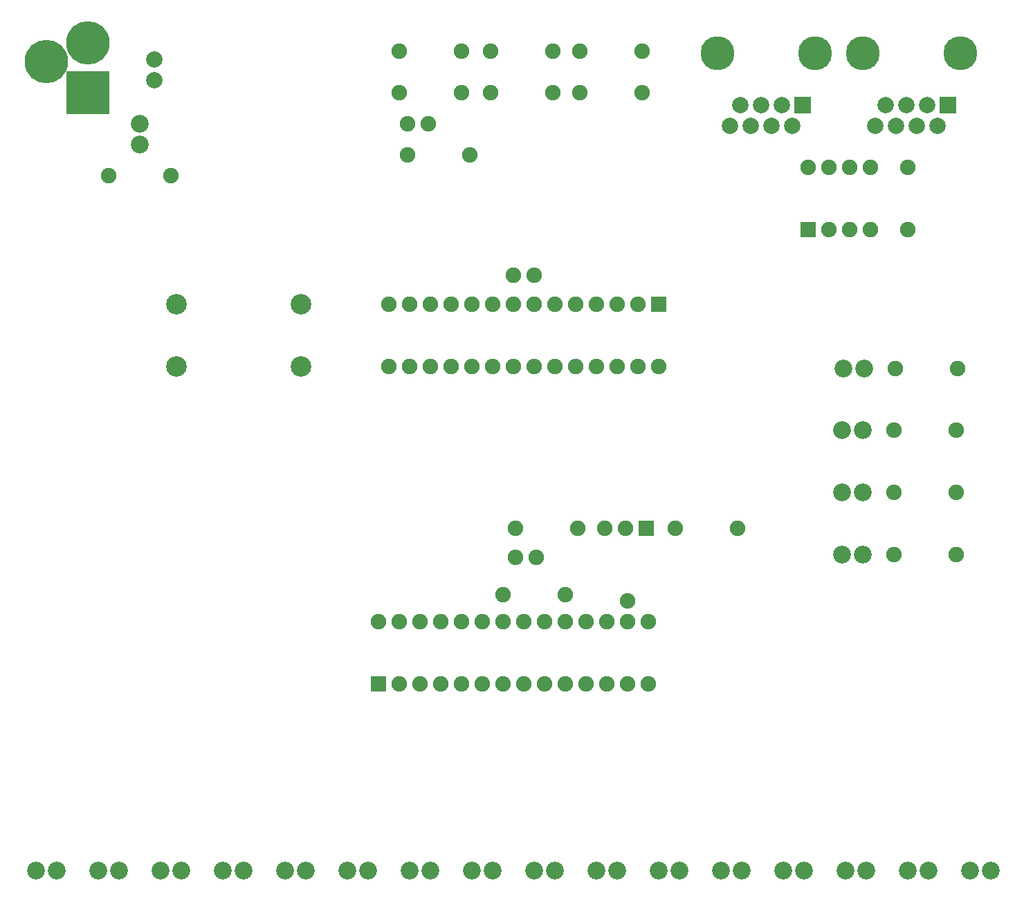
<source format=gts>
G04 (created by PCBNEW-RS274X (2011-07-08)-stable) date Sun 04 Mar 2012 02:24:10 AM EST*
G01*
G70*
G90*
%MOIN*%
G04 Gerber Fmt 3.4, Leading zero omitted, Abs format*
%FSLAX34Y34*%
G04 APERTURE LIST*
%ADD10C,0.006000*%
%ADD11C,0.098700*%
%ADD12C,0.075000*%
%ADD13C,0.163700*%
%ADD14R,0.079100X0.079100*%
%ADD15C,0.079100*%
%ADD16C,0.086000*%
%ADD17C,0.209000*%
%ADD18R,0.209000X0.209000*%
%ADD19R,0.075000X0.075000*%
G04 APERTURE END LIST*
G54D10*
G54D11*
X46390Y-31100D03*
X40390Y-31100D03*
X40390Y-28100D03*
X46390Y-28100D03*
G54D12*
X62800Y-15900D03*
X62800Y-17900D03*
X59800Y-15900D03*
X59800Y-17900D03*
X58500Y-15900D03*
X58500Y-17900D03*
X55500Y-15900D03*
X55500Y-17900D03*
X54100Y-15900D03*
X54100Y-17900D03*
X51100Y-15900D03*
X51100Y-17900D03*
G54D13*
X73462Y-16000D03*
X78135Y-16000D03*
G54D14*
X77550Y-18500D03*
G54D15*
X77050Y-19500D03*
X76550Y-18500D03*
X76050Y-19500D03*
X75550Y-18500D03*
X75050Y-19500D03*
X74550Y-18500D03*
X74050Y-19500D03*
G54D13*
X66462Y-16000D03*
X71135Y-16000D03*
G54D14*
X70550Y-18500D03*
G54D15*
X70050Y-19500D03*
X69550Y-18500D03*
X69050Y-19500D03*
X68550Y-18500D03*
X68050Y-19500D03*
X67550Y-18500D03*
X67050Y-19500D03*
G54D12*
X64400Y-38900D03*
X67400Y-38900D03*
X40100Y-21900D03*
X37100Y-21900D03*
X77950Y-40150D03*
X74950Y-40150D03*
X77950Y-37150D03*
X74950Y-37150D03*
X77950Y-34150D03*
X74950Y-34150D03*
X78000Y-31200D03*
X75000Y-31200D03*
X54500Y-20900D03*
X51500Y-20900D03*
X56700Y-38900D03*
X59700Y-38900D03*
X56100Y-42100D03*
X59100Y-42100D03*
X75600Y-24500D03*
X75600Y-21500D03*
G54D16*
X78600Y-55400D03*
X79600Y-55400D03*
X72600Y-55400D03*
X73600Y-55400D03*
X75600Y-55400D03*
X76600Y-55400D03*
X69600Y-55400D03*
X70600Y-55400D03*
X38600Y-19400D03*
X38600Y-20400D03*
X72450Y-40150D03*
X73450Y-40150D03*
X72450Y-37150D03*
X73450Y-37150D03*
X72450Y-34150D03*
X73450Y-34150D03*
X72500Y-31200D03*
X73500Y-31200D03*
X33600Y-55400D03*
X34600Y-55400D03*
X36600Y-55400D03*
X37600Y-55400D03*
X39600Y-55400D03*
X40600Y-55400D03*
X42600Y-55400D03*
X43600Y-55400D03*
X45600Y-55400D03*
X46600Y-55400D03*
X48600Y-55400D03*
X49600Y-55400D03*
X51600Y-55400D03*
X52600Y-55400D03*
X54600Y-55400D03*
X55600Y-55400D03*
X57600Y-55400D03*
X58600Y-55400D03*
X60600Y-55400D03*
X61600Y-55400D03*
X63600Y-55400D03*
X64600Y-55400D03*
X66600Y-55400D03*
X67600Y-55400D03*
G54D17*
X36100Y-15500D03*
G54D18*
X36100Y-17900D03*
G54D17*
X34100Y-16400D03*
G54D15*
X39300Y-16300D03*
X39300Y-17300D03*
G54D19*
X70800Y-24500D03*
G54D12*
X71800Y-24500D03*
X72800Y-24500D03*
X73800Y-24500D03*
X73800Y-21500D03*
X72800Y-21500D03*
X71800Y-21500D03*
X70800Y-21500D03*
X62600Y-28100D03*
X61600Y-28100D03*
X60600Y-28100D03*
X59600Y-28100D03*
X58600Y-28100D03*
X57600Y-28100D03*
X56600Y-28100D03*
X55600Y-28100D03*
X54600Y-28100D03*
X53600Y-28100D03*
X52600Y-28100D03*
X51600Y-28100D03*
X50600Y-28100D03*
G54D19*
X63600Y-28100D03*
G54D12*
X50600Y-31100D03*
X51600Y-31100D03*
X52600Y-31100D03*
X53600Y-31100D03*
X54600Y-31100D03*
X55600Y-31100D03*
X56600Y-31100D03*
X57600Y-31100D03*
X58600Y-31100D03*
X59600Y-31100D03*
X60600Y-31100D03*
X61600Y-31100D03*
X62600Y-31100D03*
X63600Y-31100D03*
X51100Y-46400D03*
X52100Y-46400D03*
X53100Y-46400D03*
X54100Y-46400D03*
X55100Y-46400D03*
X56100Y-46400D03*
X57100Y-46400D03*
X58100Y-46400D03*
X59100Y-46400D03*
X60100Y-46400D03*
X61100Y-46400D03*
X62100Y-46400D03*
X63100Y-46400D03*
G54D19*
X50100Y-46400D03*
G54D12*
X63100Y-43400D03*
X62100Y-43400D03*
X61100Y-43400D03*
X60100Y-43400D03*
X59100Y-43400D03*
X58100Y-43400D03*
X57100Y-43400D03*
X56100Y-43400D03*
X55100Y-43400D03*
X54100Y-43400D03*
X53100Y-43400D03*
X52100Y-43400D03*
X51100Y-43400D03*
X50100Y-43400D03*
X57600Y-26700D03*
X56600Y-26700D03*
X57700Y-40300D03*
X56700Y-40300D03*
X52500Y-19400D03*
X51500Y-19400D03*
X62100Y-42400D03*
G54D19*
X63000Y-38900D03*
G54D12*
X62000Y-38900D03*
X61000Y-38900D03*
M02*

</source>
